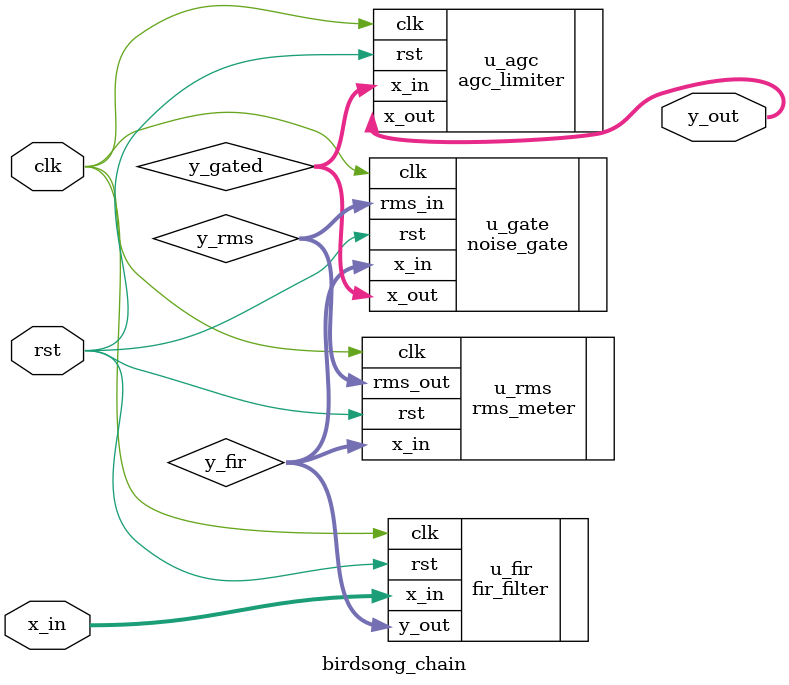
<source format=v>
module birdsong_chain #(
    parameter integer N_TAPS = 65
)(
    input  wire               clk,
    input  wire               rst,
    input  wire signed [15:0] x_in,     // Q1.15
    output wire signed [15:0] y_out     // Q1.15 loud, band-passed
);
    wire signed [15:0] y_fir;
    wire        [15:0] y_rms;
    wire signed [15:0] y_gated;

    fir_filter #(.N(N_TAPS)) u_fir (
        .clk(clk), .rst(rst), .x_in(x_in), .y_out(y_fir)
    );

    rms_meter u_rms (.clk(clk), .rst(rst), .x_in(y_fir), .rms_out(y_rms));

    // Tune THRESH_Q15 after measuring your noise-only RMS (see notes below)
    noise_gate #(.THRESH_Q15(16'd1200), .SOFT_KNEE_RANGE(16'd2000), .FLOOR_GAIN_Q15(16'd0)) u_gate (
        .clk(clk), .rst(rst), .x_in(y_fir), .rms_in(y_rms), .x_out(y_gated)
    );

    agc_limiter u_agc (
        .clk(clk), .rst(rst), .x_in(y_gated), .x_out(y_out)
    );
endmodule
</source>
